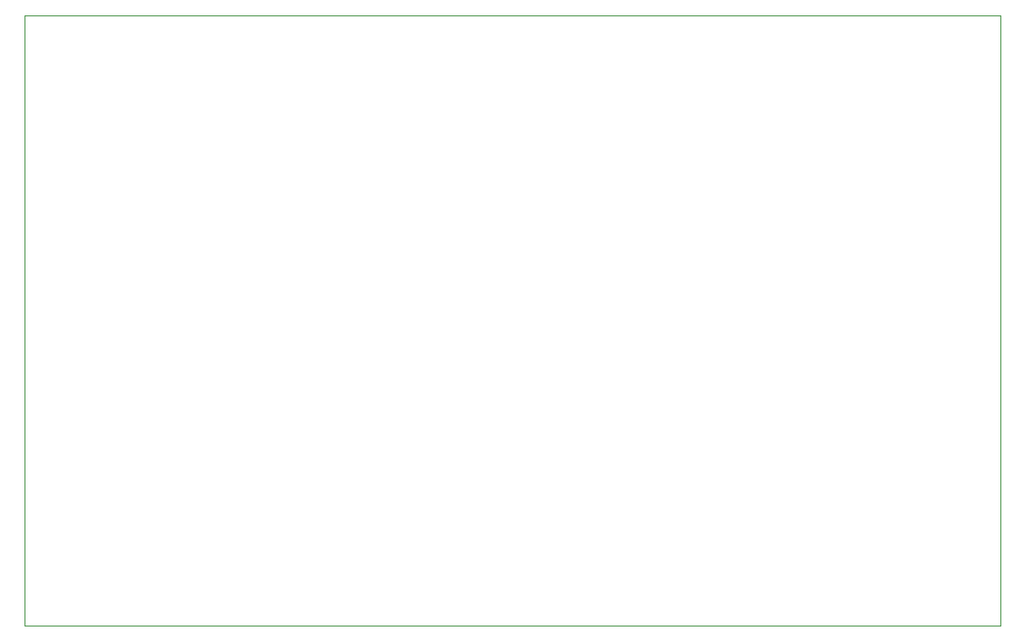
<source format=gbr>
G04 #@! TF.FileFunction,Profile,NP*
%FSLAX46Y46*%
G04 Gerber Fmt 4.6, Leading zero omitted, Abs format (unit mm)*
G04 Created by KiCad (PCBNEW 4.0.7) date 05/28/18 23:31:17*
%MOMM*%
%LPD*%
G01*
G04 APERTURE LIST*
%ADD10C,0.100000*%
%ADD11C,0.010000*%
G04 APERTURE END LIST*
D10*
D11*
X103410000Y-63830000D02*
X102410000Y-63830000D01*
X102410000Y-120830000D02*
X103410000Y-120830000D01*
X102410000Y-63830000D02*
X102410000Y-120830000D01*
X192410000Y-63830000D02*
X193410000Y-63830000D01*
X193410000Y-120830000D02*
X192410000Y-120830000D01*
X193410000Y-63830000D02*
X193410000Y-120830000D01*
X192410000Y-63830000D02*
X103410000Y-63830000D01*
X103410000Y-120830000D02*
X192410000Y-120830000D01*
M02*

</source>
